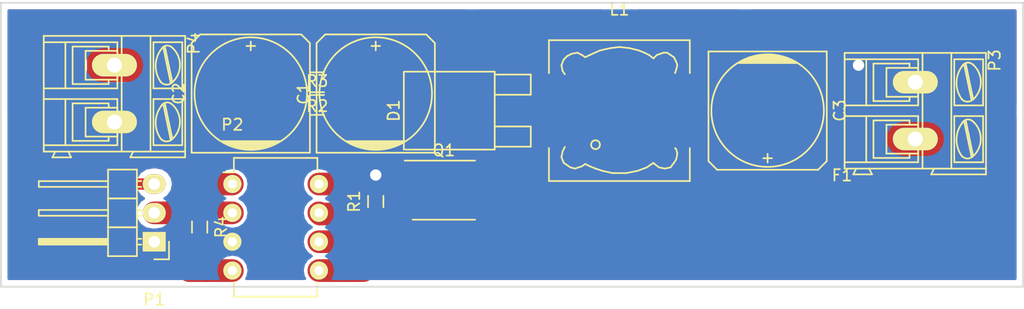
<source format=kicad_pcb>
(kicad_pcb (version 4) (host pcbnew 4.0.2+e4-6225~38~ubuntu14.04.1-stable)

  (general
    (links 33)
    (no_connects 0)
    (area 256.985 57.924999 284.615 148.075001)
    (thickness 1.6)
    (drawings 10)
    (tracks 101)
    (zones 0)
    (modules 15)
    (nets 13)
  )

  (page A4)
  (layers
    (0 F.Cu signal)
    (31 B.Cu signal)
    (32 B.Adhes user)
    (33 F.Adhes user)
    (34 B.Paste user)
    (35 F.Paste user)
    (36 B.SilkS user)
    (37 F.SilkS user)
    (38 B.Mask user)
    (39 F.Mask user)
    (40 Dwgs.User user)
    (41 Cmts.User user)
    (42 Eco1.User user)
    (43 Eco2.User user)
    (44 Edge.Cuts user)
    (45 Margin user)
    (46 B.CrtYd user)
    (47 F.CrtYd user)
    (48 B.Fab user)
    (49 F.Fab user)
  )

  (setup
    (last_trace_width 0.25)
    (user_trace_width 0.61)
    (user_trace_width 1)
    (user_trace_width 2)
    (user_trace_width 3)
    (user_trace_width 4)
    (user_trace_width 5)
    (trace_clearance 0.2)
    (zone_clearance 0.508)
    (zone_45_only no)
    (trace_min 0.2)
    (segment_width 0.2)
    (edge_width 0.15)
    (via_size 1.6)
    (via_drill 1)
    (via_min_size 0.4)
    (via_min_drill 0.3)
    (uvia_size 0.3)
    (uvia_drill 0.1)
    (uvias_allowed no)
    (uvia_min_size 0.2)
    (uvia_min_drill 0.1)
    (pcb_text_width 0.3)
    (pcb_text_size 1.5 1.5)
    (mod_edge_width 0.15)
    (mod_text_size 1 1)
    (mod_text_width 0.15)
    (pad_size 1.524 1.524)
    (pad_drill 0.762)
    (pad_to_mask_clearance 0.2)
    (aux_axis_origin 0 0)
    (grid_origin 211.5 95)
    (visible_elements FFFFFF7F)
    (pcbplotparams
      (layerselection 0x00030_80000001)
      (usegerberextensions false)
      (excludeedgelayer true)
      (linewidth 0.100000)
      (plotframeref false)
      (viasonmask false)
      (mode 1)
      (useauxorigin false)
      (hpglpennumber 1)
      (hpglpenspeed 20)
      (hpglpendiameter 15)
      (hpglpenoverlay 2)
      (psnegative false)
      (psa4output false)
      (plotreference true)
      (plotvalue true)
      (plotinvisibletext false)
      (padsonsilk false)
      (subtractmaskfromsilk false)
      (outputformat 1)
      (mirror false)
      (drillshape 1)
      (scaleselection 1)
      (outputdirectory ""))
  )

  (net 0 "")
  (net 1 "Net-(F1-Pad1)")
  (net 2 /Vin_inductor)
  (net 3 /Vout)
  (net 4 /Vin)
  (net 5 GND)
  (net 6 "Net-(P1-Pad3)")
  (net 7 "Net-(P2-Pad1)")
  (net 8 "Net-(P2-Pad4)")
  (net 9 "Net-(P2-Pad5)")
  (net 10 "Net-(P2-Pad7)")
  (net 11 "Net-(P2-Pad8)")
  (net 12 "Net-(P1-Pad2)")

  (net_class Default "This is the default net class."
    (clearance 0.2)
    (trace_width 0.25)
    (via_dia 1.6)
    (via_drill 1)
    (uvia_dia 0.3)
    (uvia_drill 0.1)
    (add_net /Vin)
    (add_net /Vin_inductor)
    (add_net /Vout)
    (add_net GND)
    (add_net "Net-(F1-Pad1)")
    (add_net "Net-(P1-Pad2)")
    (add_net "Net-(P1-Pad3)")
    (add_net "Net-(P2-Pad1)")
    (add_net "Net-(P2-Pad4)")
    (add_net "Net-(P2-Pad5)")
    (add_net "Net-(P2-Pad7)")
    (add_net "Net-(P2-Pad8)")
  )

  (module Connect:AK300-2 (layer F.Cu) (tedit 54792136) (tstamp 573A792C)
    (at 89.669386 89.447988 270)
    (descr CONNECTOR)
    (tags CONNECTOR)
    (path /573A99AC)
    (attr virtual)
    (fp_text reference P4 (at -1.92 -6.985 270) (layer F.SilkS)
      (effects (font (size 1 1) (thickness 0.15)))
    )
    (fp_text value CONN_01X02 (at 2.779 7.747 270) (layer F.Fab)
      (effects (font (size 1 1) (thickness 0.15)))
    )
    (fp_line (start 8.363 -6.473) (end -2.83 -6.473) (layer F.CrtYd) (width 0.05))
    (fp_line (start 8.363 6.473) (end 8.363 -6.473) (layer F.CrtYd) (width 0.05))
    (fp_line (start -2.83 6.473) (end 8.363 6.473) (layer F.CrtYd) (width 0.05))
    (fp_line (start -2.83 -6.473) (end -2.83 6.473) (layer F.CrtYd) (width 0.05))
    (fp_line (start -1.2596 2.54) (end 1.2804 2.54) (layer F.SilkS) (width 0.15))
    (fp_line (start 1.2804 2.54) (end 1.2804 -0.254) (layer F.SilkS) (width 0.15))
    (fp_line (start -1.2596 -0.254) (end 1.2804 -0.254) (layer F.SilkS) (width 0.15))
    (fp_line (start -1.2596 2.54) (end -1.2596 -0.254) (layer F.SilkS) (width 0.15))
    (fp_line (start 3.7442 2.54) (end 6.2842 2.54) (layer F.SilkS) (width 0.15))
    (fp_line (start 6.2842 2.54) (end 6.2842 -0.254) (layer F.SilkS) (width 0.15))
    (fp_line (start 3.7442 -0.254) (end 6.2842 -0.254) (layer F.SilkS) (width 0.15))
    (fp_line (start 3.7442 2.54) (end 3.7442 -0.254) (layer F.SilkS) (width 0.15))
    (fp_line (start 7.605 -6.223) (end 7.605 -3.175) (layer F.SilkS) (width 0.15))
    (fp_line (start 7.605 -6.223) (end -2.58 -6.223) (layer F.SilkS) (width 0.15))
    (fp_line (start 7.605 -6.223) (end 8.113 -6.223) (layer F.SilkS) (width 0.15))
    (fp_line (start 8.113 -6.223) (end 8.113 -1.397) (layer F.SilkS) (width 0.15))
    (fp_line (start 8.113 -1.397) (end 7.605 -1.651) (layer F.SilkS) (width 0.15))
    (fp_line (start 8.113 5.461) (end 7.605 5.207) (layer F.SilkS) (width 0.15))
    (fp_line (start 7.605 5.207) (end 7.605 6.223) (layer F.SilkS) (width 0.15))
    (fp_line (start 8.113 3.81) (end 7.605 4.064) (layer F.SilkS) (width 0.15))
    (fp_line (start 7.605 4.064) (end 7.605 5.207) (layer F.SilkS) (width 0.15))
    (fp_line (start 8.113 3.81) (end 8.113 5.461) (layer F.SilkS) (width 0.15))
    (fp_line (start 2.9822 6.223) (end 2.9822 4.318) (layer F.SilkS) (width 0.15))
    (fp_line (start 7.0462 -0.254) (end 7.0462 4.318) (layer F.SilkS) (width 0.15))
    (fp_line (start 2.9822 6.223) (end 7.0462 6.223) (layer F.SilkS) (width 0.15))
    (fp_line (start 7.0462 6.223) (end 7.605 6.223) (layer F.SilkS) (width 0.15))
    (fp_line (start 2.0424 6.223) (end 2.0424 4.318) (layer F.SilkS) (width 0.15))
    (fp_line (start 2.0424 6.223) (end 2.9822 6.223) (layer F.SilkS) (width 0.15))
    (fp_line (start -2.0216 -0.254) (end -2.0216 4.318) (layer F.SilkS) (width 0.15))
    (fp_line (start -2.58 6.223) (end -2.0216 6.223) (layer F.SilkS) (width 0.15))
    (fp_line (start -2.0216 6.223) (end 2.0424 6.223) (layer F.SilkS) (width 0.15))
    (fp_line (start 2.9822 4.318) (end 7.0462 4.318) (layer F.SilkS) (width 0.15))
    (fp_line (start 2.9822 4.318) (end 2.9822 -0.254) (layer F.SilkS) (width 0.15))
    (fp_line (start 7.0462 4.318) (end 7.0462 6.223) (layer F.SilkS) (width 0.15))
    (fp_line (start 2.0424 4.318) (end -2.0216 4.318) (layer F.SilkS) (width 0.15))
    (fp_line (start 2.0424 4.318) (end 2.0424 -0.254) (layer F.SilkS) (width 0.15))
    (fp_line (start -2.0216 4.318) (end -2.0216 6.223) (layer F.SilkS) (width 0.15))
    (fp_line (start 6.6652 3.683) (end 6.6652 0.508) (layer F.SilkS) (width 0.15))
    (fp_line (start 6.6652 3.683) (end 3.3632 3.683) (layer F.SilkS) (width 0.15))
    (fp_line (start 3.3632 3.683) (end 3.3632 0.508) (layer F.SilkS) (width 0.15))
    (fp_line (start 1.6614 3.683) (end 1.6614 0.508) (layer F.SilkS) (width 0.15))
    (fp_line (start 1.6614 3.683) (end -1.6406 3.683) (layer F.SilkS) (width 0.15))
    (fp_line (start -1.6406 3.683) (end -1.6406 0.508) (layer F.SilkS) (width 0.15))
    (fp_line (start -1.6406 0.508) (end -1.2596 0.508) (layer F.SilkS) (width 0.15))
    (fp_line (start 1.6614 0.508) (end 1.2804 0.508) (layer F.SilkS) (width 0.15))
    (fp_line (start 3.3632 0.508) (end 3.7442 0.508) (layer F.SilkS) (width 0.15))
    (fp_line (start 6.6652 0.508) (end 6.2842 0.508) (layer F.SilkS) (width 0.15))
    (fp_line (start -2.58 6.223) (end -2.58 -0.635) (layer F.SilkS) (width 0.15))
    (fp_line (start -2.58 -0.635) (end -2.58 -3.175) (layer F.SilkS) (width 0.15))
    (fp_line (start 7.605 -1.651) (end 7.605 -0.635) (layer F.SilkS) (width 0.15))
    (fp_line (start 7.605 -0.635) (end 7.605 4.064) (layer F.SilkS) (width 0.15))
    (fp_line (start -2.58 -3.175) (end 7.605 -3.175) (layer F.SilkS) (width 0.15))
    (fp_line (start -2.58 -3.175) (end -2.58 -6.223) (layer F.SilkS) (width 0.15))
    (fp_line (start 7.605 -3.175) (end 7.605 -1.651) (layer F.SilkS) (width 0.15))
    (fp_line (start 2.9822 -3.429) (end 2.9822 -5.969) (layer F.SilkS) (width 0.15))
    (fp_line (start 2.9822 -5.969) (end 7.0462 -5.969) (layer F.SilkS) (width 0.15))
    (fp_line (start 7.0462 -5.969) (end 7.0462 -3.429) (layer F.SilkS) (width 0.15))
    (fp_line (start 7.0462 -3.429) (end 2.9822 -3.429) (layer F.SilkS) (width 0.15))
    (fp_line (start 2.0424 -3.429) (end 2.0424 -5.969) (layer F.SilkS) (width 0.15))
    (fp_line (start 2.0424 -3.429) (end -2.0216 -3.429) (layer F.SilkS) (width 0.15))
    (fp_line (start -2.0216 -3.429) (end -2.0216 -5.969) (layer F.SilkS) (width 0.15))
    (fp_line (start 2.0424 -5.969) (end -2.0216 -5.969) (layer F.SilkS) (width 0.15))
    (fp_line (start 3.3886 -4.445) (end 6.4366 -5.08) (layer F.SilkS) (width 0.15))
    (fp_line (start 3.5156 -4.318) (end 6.5636 -4.953) (layer F.SilkS) (width 0.15))
    (fp_line (start -1.6152 -4.445) (end 1.43534 -5.08) (layer F.SilkS) (width 0.15))
    (fp_line (start -1.4882 -4.318) (end 1.5598 -4.953) (layer F.SilkS) (width 0.15))
    (fp_line (start -2.0216 -0.254) (end -1.6406 -0.254) (layer F.SilkS) (width 0.15))
    (fp_line (start 2.0424 -0.254) (end 1.6614 -0.254) (layer F.SilkS) (width 0.15))
    (fp_line (start 1.6614 -0.254) (end -1.6406 -0.254) (layer F.SilkS) (width 0.15))
    (fp_line (start -2.58 -0.635) (end -1.6406 -0.635) (layer F.SilkS) (width 0.15))
    (fp_line (start -1.6406 -0.635) (end 1.6614 -0.635) (layer F.SilkS) (width 0.15))
    (fp_line (start 1.6614 -0.635) (end 3.3632 -0.635) (layer F.SilkS) (width 0.15))
    (fp_line (start 7.605 -0.635) (end 6.6652 -0.635) (layer F.SilkS) (width 0.15))
    (fp_line (start 6.6652 -0.635) (end 3.3632 -0.635) (layer F.SilkS) (width 0.15))
    (fp_line (start 7.0462 -0.254) (end 6.6652 -0.254) (layer F.SilkS) (width 0.15))
    (fp_line (start 2.9822 -0.254) (end 3.3632 -0.254) (layer F.SilkS) (width 0.15))
    (fp_line (start 3.3632 -0.254) (end 6.6652 -0.254) (layer F.SilkS) (width 0.15))
    (fp_arc (start 6.0302 -4.59486) (end 6.53566 -5.05206) (angle 90.5) (layer F.SilkS) (width 0.15))
    (fp_arc (start 5.065 -6.0706) (end 6.52804 -4.11734) (angle 75.5) (layer F.SilkS) (width 0.15))
    (fp_arc (start 4.98626 -3.7084) (end 3.3886 -5.0038) (angle 100) (layer F.SilkS) (width 0.15))
    (fp_arc (start 3.8712 -4.64566) (end 3.58164 -4.1275) (angle 104.2) (layer F.SilkS) (width 0.15))
    (fp_arc (start 1.0264 -4.59486) (end 1.5344 -5.05206) (angle 90.5) (layer F.SilkS) (width 0.15))
    (fp_arc (start 0.06374 -6.0706) (end 1.52678 -4.11734) (angle 75.5) (layer F.SilkS) (width 0.15))
    (fp_arc (start -0.01246 -3.7084) (end -1.6152 -5.0038) (angle 100) (layer F.SilkS) (width 0.15))
    (fp_arc (start -1.1326 -4.64566) (end -1.41962 -4.1275) (angle 104.2) (layer F.SilkS) (width 0.15))
    (pad 1 thru_hole oval (at 0 0 270) (size 1.9812 3.9624) (drill 1.3208) (layers *.Cu F.Paste F.SilkS F.Mask)
      (net 3 /Vout))
    (pad 2 thru_hole oval (at 5 0 270) (size 1.9812 3.9624) (drill 1.3208) (layers *.Cu F.Paste F.SilkS F.Mask)
      (net 5 GND))
  )

  (module TO_SOT_Packages_SMD:TO-252-2Lead (layer F.Cu) (tedit 0) (tstamp 573A7518)
    (at 124.669386 93.447988 90)
    (descr "DPAK / TO-252 2-lead smd package")
    (tags "dpak TO-252")
    (path /573A6B17)
    (attr smd)
    (fp_text reference D1 (at 0 -10.414 90) (layer F.SilkS)
      (effects (font (size 1 1) (thickness 0.15)))
    )
    (fp_text value D_Schottky_x2_KCom_AKA (at 0 -2.413 90) (layer F.Fab)
      (effects (font (size 1 1) (thickness 0.15)))
    )
    (fp_line (start 1.397 -1.524) (end 1.397 1.651) (layer F.SilkS) (width 0.15))
    (fp_line (start 1.397 1.651) (end 3.175 1.651) (layer F.SilkS) (width 0.15))
    (fp_line (start 3.175 1.651) (end 3.175 -1.524) (layer F.SilkS) (width 0.15))
    (fp_line (start -3.175 -1.524) (end -3.175 1.651) (layer F.SilkS) (width 0.15))
    (fp_line (start -3.175 1.651) (end -1.397 1.651) (layer F.SilkS) (width 0.15))
    (fp_line (start -1.397 1.651) (end -1.397 -1.524) (layer F.SilkS) (width 0.15))
    (fp_line (start 3.429 -7.62) (end 3.429 -1.524) (layer F.SilkS) (width 0.15))
    (fp_line (start 3.429 -1.524) (end -3.429 -1.524) (layer F.SilkS) (width 0.15))
    (fp_line (start -3.429 -1.524) (end -3.429 -9.398) (layer F.SilkS) (width 0.15))
    (fp_line (start -3.429 -9.525) (end 3.429 -9.525) (layer F.SilkS) (width 0.15))
    (fp_line (start 3.429 -9.398) (end 3.429 -7.62) (layer F.SilkS) (width 0.15))
    (pad 1 smd rect (at -2.286 0 90) (size 1.651 3.048) (layers F.Cu F.Paste F.Mask)
      (net 2 /Vin_inductor))
    (pad 2 smd rect (at 0 -6.35 90) (size 6.096 6.096) (layers F.Cu F.Paste F.Mask)
      (net 3 /Vout))
    (pad 3 smd rect (at 2.286 0 90) (size 1.651 3.048) (layers F.Cu F.Paste F.Mask)
      (net 2 /Vin_inductor))
    (model TO_SOT_Packages_SMD.3dshapes/TO-252-2Lead.wrl
      (at (xyz 0 0 0))
      (scale (xyz 1 1 1))
      (rotate (xyz 0 0 0))
    )
  )

  (module Fuse_Holders_and_Fuses:Fuse_SMD1206_HandSoldering (layer F.Cu) (tedit 0) (tstamp 573A751E)
    (at 153.669386 96.947988 180)
    (descr "Fuse, Sicherung, SMD1206, Littlefuse-Wickmann 433 Series, Hand Soldering,")
    (tags "Fuse, Sicherung, SMD1206,  Littlefuse-Wickmann 433 Series, Hand Soldering,")
    (path /573A7192)
    (attr smd)
    (fp_text reference F1 (at -0.0508 -2.19964 180) (layer F.SilkS)
      (effects (font (size 1 1) (thickness 0.15)))
    )
    (fp_text value FUSE (at -0.14986 2.49936 180) (layer F.Fab)
      (effects (font (size 1 1) (thickness 0.15)))
    )
    (pad 1 smd rect (at -2.08534 0 270) (size 2.02946 2.65176) (layers F.Cu F.Paste F.Mask)
      (net 1 "Net-(F1-Pad1)"))
    (pad 2 smd rect (at 2.08534 0 270) (size 2.02946 2.65176) (layers F.Cu F.Paste F.Mask)
      (net 4 /Vin))
  )

  (module Choke_SMD:Choke_SMD_12x12mm_h8mm (layer F.Cu) (tedit 556FDBC5) (tstamp 573A7524)
    (at 134.119846 93.447988)
    (descr "Choke, SMD, 12x12mm 8mm height")
    (tags "Choke, SMD")
    (path /573A6A2F)
    (attr smd)
    (fp_text reference L1 (at 0 -8.89) (layer F.SilkS)
      (effects (font (size 1 1) (thickness 0.15)))
    )
    (fp_text value INDUCTOR (at 0 8.89) (layer F.Fab)
      (effects (font (size 1 1) (thickness 0.15)))
    )
    (fp_line (start -6.858 -6.604) (end 6.858 -6.604) (layer F.CrtYd) (width 0.05))
    (fp_line (start 6.858 -6.604) (end 6.858 6.604) (layer F.CrtYd) (width 0.05))
    (fp_line (start 6.858 6.604) (end -6.858 6.604) (layer F.CrtYd) (width 0.05))
    (fp_line (start -6.858 6.604) (end -6.858 -6.604) (layer F.CrtYd) (width 0.05))
    (fp_circle (center 0 0) (end 0.89916 0) (layer F.Adhes) (width 0.381))
    (fp_circle (center 0 0) (end 0.55118 0) (layer F.Adhes) (width 0.381))
    (fp_circle (center 0 0) (end 0.14986 0.14986) (layer F.Adhes) (width 0.381))
    (fp_circle (center -2.10058 2.99974) (end -1.80086 3.2512) (layer F.SilkS) (width 0.15))
    (fp_line (start 4.89966 3.29946) (end 5.00126 3.40106) (layer F.SilkS) (width 0.15))
    (fp_line (start 5.00126 3.40106) (end 5.10032 3.79984) (layer F.SilkS) (width 0.15))
    (fp_line (start 5.10032 3.79984) (end 5.00126 4.30022) (layer F.SilkS) (width 0.15))
    (fp_line (start 5.00126 4.30022) (end 4.8006 4.59994) (layer F.SilkS) (width 0.15))
    (fp_line (start 4.8006 4.59994) (end 4.50088 5.00126) (layer F.SilkS) (width 0.15))
    (fp_line (start 4.50088 5.00126) (end 4.0005 5.10032) (layer F.SilkS) (width 0.15))
    (fp_line (start 4.0005 5.10032) (end 3.50012 5.00126) (layer F.SilkS) (width 0.15))
    (fp_line (start 3.50012 5.00126) (end 3.0988 4.699) (layer F.SilkS) (width 0.15))
    (fp_line (start 3.0988 4.699) (end 2.99974 4.59994) (layer F.SilkS) (width 0.15))
    (fp_line (start 2.99974 4.59994) (end 2.4003 5.00126) (layer F.SilkS) (width 0.15))
    (fp_line (start 2.4003 5.00126) (end 1.6002 5.30098) (layer F.SilkS) (width 0.15))
    (fp_line (start 1.6002 5.30098) (end 0.59944 5.4991) (layer F.SilkS) (width 0.15))
    (fp_line (start 0.59944 5.4991) (end -0.59944 5.4991) (layer F.SilkS) (width 0.15))
    (fp_line (start -0.59944 5.4991) (end -1.50114 5.30098) (layer F.SilkS) (width 0.15))
    (fp_line (start -1.50114 5.30098) (end -2.10058 5.10032) (layer F.SilkS) (width 0.15))
    (fp_line (start -2.10058 5.10032) (end -2.60096 4.89966) (layer F.SilkS) (width 0.15))
    (fp_line (start -2.60096 4.89966) (end -2.99974 4.699) (layer F.SilkS) (width 0.15))
    (fp_line (start -2.99974 4.699) (end -3.29946 4.89966) (layer F.SilkS) (width 0.15))
    (fp_line (start -3.29946 4.89966) (end -3.8989 5.10032) (layer F.SilkS) (width 0.15))
    (fp_line (start -3.8989 5.10032) (end -4.30022 5.00126) (layer F.SilkS) (width 0.15))
    (fp_line (start -4.30022 5.00126) (end -4.59994 4.8006) (layer F.SilkS) (width 0.15))
    (fp_line (start -4.59994 4.8006) (end -4.89966 4.59994) (layer F.SilkS) (width 0.15))
    (fp_line (start -4.89966 4.59994) (end -5.10032 4.09956) (layer F.SilkS) (width 0.15))
    (fp_line (start -5.10032 4.09956) (end -5.00126 3.59918) (layer F.SilkS) (width 0.15))
    (fp_line (start -5.00126 3.59918) (end -4.8006 3.2004) (layer F.SilkS) (width 0.15))
    (fp_line (start 4.89966 -3.29946) (end 5.00126 -3.59918) (layer F.SilkS) (width 0.15))
    (fp_line (start 5.00126 -3.59918) (end 5.10032 -4.0005) (layer F.SilkS) (width 0.15))
    (fp_line (start 5.10032 -4.0005) (end 5.00126 -4.30022) (layer F.SilkS) (width 0.15))
    (fp_line (start 5.00126 -4.30022) (end 4.8006 -4.699) (layer F.SilkS) (width 0.15))
    (fp_line (start 4.8006 -4.699) (end 4.50088 -4.89966) (layer F.SilkS) (width 0.15))
    (fp_line (start 4.50088 -4.89966) (end 4.20116 -5.10032) (layer F.SilkS) (width 0.15))
    (fp_line (start 4.20116 -5.10032) (end 3.8989 -5.10032) (layer F.SilkS) (width 0.15))
    (fp_line (start 3.8989 -5.10032) (end 3.59918 -5.00126) (layer F.SilkS) (width 0.15))
    (fp_line (start 3.59918 -5.00126) (end 3.29946 -4.89966) (layer F.SilkS) (width 0.15))
    (fp_line (start 3.29946 -4.89966) (end 2.99974 -4.59994) (layer F.SilkS) (width 0.15))
    (fp_line (start 2.99974 -4.59994) (end 2.60096 -4.89966) (layer F.SilkS) (width 0.15))
    (fp_line (start 2.60096 -4.89966) (end 2.19964 -5.10032) (layer F.SilkS) (width 0.15))
    (fp_line (start 2.19964 -5.10032) (end 1.69926 -5.30098) (layer F.SilkS) (width 0.15))
    (fp_line (start 1.69926 -5.30098) (end 0.89916 -5.4991) (layer F.SilkS) (width 0.15))
    (fp_line (start 0.89916 -5.4991) (end 0 -5.6007) (layer F.SilkS) (width 0.15))
    (fp_line (start 0 -5.6007) (end -0.8001 -5.4991) (layer F.SilkS) (width 0.15))
    (fp_line (start -0.8001 -5.4991) (end -1.69926 -5.30098) (layer F.SilkS) (width 0.15))
    (fp_line (start -1.69926 -5.30098) (end -2.60096 -4.89966) (layer F.SilkS) (width 0.15))
    (fp_line (start -2.60096 -4.89966) (end -2.99974 -4.699) (layer F.SilkS) (width 0.15))
    (fp_line (start -2.99974 -4.699) (end -3.29946 -4.89966) (layer F.SilkS) (width 0.15))
    (fp_line (start -3.29946 -4.89966) (end -3.70078 -5.10032) (layer F.SilkS) (width 0.15))
    (fp_line (start -3.70078 -5.10032) (end -4.20116 -5.00126) (layer F.SilkS) (width 0.15))
    (fp_line (start -4.20116 -5.00126) (end -4.59994 -4.8006) (layer F.SilkS) (width 0.15))
    (fp_line (start -4.59994 -4.8006) (end -4.89966 -4.50088) (layer F.SilkS) (width 0.15))
    (fp_line (start -4.89966 -4.50088) (end -5.10032 -4.0005) (layer F.SilkS) (width 0.15))
    (fp_line (start -5.10032 -4.0005) (end -5.00126 -3.50012) (layer F.SilkS) (width 0.15))
    (fp_line (start -5.00126 -3.50012) (end -4.8006 -3.2004) (layer F.SilkS) (width 0.15))
    (fp_line (start -6.20014 3.29946) (end -6.20014 6.20014) (layer F.SilkS) (width 0.15))
    (fp_line (start -6.20014 6.20014) (end 6.20014 6.20014) (layer F.SilkS) (width 0.15))
    (fp_line (start 6.20014 6.20014) (end 6.20014 3.29946) (layer F.SilkS) (width 0.15))
    (fp_line (start 6.20014 -6.20014) (end -6.20014 -6.20014) (layer F.SilkS) (width 0.15))
    (fp_line (start -6.20014 -6.20014) (end -6.20014 -3.29946) (layer F.SilkS) (width 0.15))
    (fp_line (start 6.20014 -6.20014) (end 6.20014 -3.29946) (layer F.SilkS) (width 0.15))
    (pad 1 smd rect (at -4.95046 0) (size 2.90068 5.40004) (layers F.Cu F.Paste F.Mask)
      (net 2 /Vin_inductor))
    (pad 2 smd rect (at 4.95046 0) (size 2.90068 5.40004) (layers F.Cu F.Paste F.Mask)
      (net 4 /Vin))
    (model Choke_SMD.3dshapes/Choke_SMD_12x12mm_h8mm.wrl
      (at (xyz 0 0 0))
      (scale (xyz 4 4 4))
      (rotate (xyz 0 0 0))
    )
  )

  (module SMD_Packages:SO-8_PowerPAK_Vishay_Single (layer F.Cu) (tedit 54AF9856) (tstamp 573A7537)
    (at 118.669386 100.447988)
    (descr "PowerPAK SO-8 (see Vishay AN821)")
    (tags "PowerPAK SO-8")
    (path /573A6754)
    (attr smd)
    (fp_text reference Q1 (at 0 -3.5) (layer F.SilkS)
      (effects (font (size 1 1) (thickness 0.15)))
    )
    (fp_text value IRF7607PBF (at 0 3.5) (layer F.Fab)
      (effects (font (size 1 1) (thickness 0.15)))
    )
    (fp_line (start -3.55 -2.75) (end -3.55 2.75) (layer F.CrtYd) (width 0.05))
    (fp_line (start 3.55 -2.75) (end 3.55 2.75) (layer F.CrtYd) (width 0.05))
    (fp_line (start -3.55 -2.75) (end 3.55 -2.75) (layer F.CrtYd) (width 0.05))
    (fp_line (start -3.55 2.75) (end 3.55 2.75) (layer F.CrtYd) (width 0.05))
    (fp_line (start -3.45 -2.6) (end 2.75 -2.6) (layer F.SilkS) (width 0.15))
    (fp_line (start -2.75 2.6) (end 2.75 2.6) (layer F.SilkS) (width 0.15))
    (pad 1 smd rect (at -2.67 -1.905) (size 1.27 0.61) (layers F.Cu F.Paste F.Mask)
      (net 5 GND))
    (pad 2 smd rect (at -2.67 -0.635) (size 1.27 0.61) (layers F.Cu F.Paste F.Mask)
      (net 5 GND))
    (pad 3 smd rect (at -2.67 0.635) (size 1.27 0.61) (layers F.Cu F.Paste F.Mask)
      (net 5 GND))
    (pad 4 smd rect (at -2.67 1.905) (size 1.27 0.61) (layers F.Cu F.Paste F.Mask)
      (net 10 "Net-(P2-Pad7)"))
    (pad 5 smd rect (at 2.795 1.905) (size 1.02 0.61) (layers F.Cu F.Paste F.Mask)
      (net 2 /Vin_inductor))
    (pad 5 smd rect (at 2.795 0.635) (size 1.02 0.61) (layers F.Cu F.Paste F.Mask)
      (net 2 /Vin_inductor))
    (pad 5 smd rect (at 2.795 -0.635) (size 1.02 0.61) (layers F.Cu F.Paste F.Mask)
      (net 2 /Vin_inductor))
    (pad 5 smd rect (at 2.795 -1.905) (size 1.02 0.61) (layers F.Cu F.Paste F.Mask)
      (net 2 /Vin_inductor))
    (pad 5 smd rect (at 0.69 0) (size 3.81 3.91) (layers F.Cu F.Paste F.Mask)
      (net 2 /Vin_inductor))
  )

  (module Resistors_SMD:R_0603_HandSoldering (layer F.Cu) (tedit 5418A00F) (tstamp 573A753D)
    (at 112.669386 101.447988 90)
    (descr "Resistor SMD 0603, hand soldering")
    (tags "resistor 0603")
    (path /573A687A)
    (attr smd)
    (fp_text reference R1 (at 0 -1.9 90) (layer F.SilkS)
      (effects (font (size 1 1) (thickness 0.15)))
    )
    (fp_text value R (at 0 1.9 90) (layer F.Fab)
      (effects (font (size 1 1) (thickness 0.15)))
    )
    (fp_line (start -2 -0.8) (end 2 -0.8) (layer F.CrtYd) (width 0.05))
    (fp_line (start -2 0.8) (end 2 0.8) (layer F.CrtYd) (width 0.05))
    (fp_line (start -2 -0.8) (end -2 0.8) (layer F.CrtYd) (width 0.05))
    (fp_line (start 2 -0.8) (end 2 0.8) (layer F.CrtYd) (width 0.05))
    (fp_line (start 0.5 0.675) (end -0.5 0.675) (layer F.SilkS) (width 0.15))
    (fp_line (start -0.5 -0.675) (end 0.5 -0.675) (layer F.SilkS) (width 0.15))
    (pad 1 smd rect (at -1.1 0 90) (size 1.2 0.9) (layers F.Cu F.Paste F.Mask)
      (net 10 "Net-(P2-Pad7)"))
    (pad 2 smd rect (at 1.1 0 90) (size 1.2 0.9) (layers F.Cu F.Paste F.Mask)
      (net 5 GND))
    (model Resistors_SMD.3dshapes/R_0603_HandSoldering.wrl
      (at (xyz 0 0 0))
      (scale (xyz 1 1 1))
      (rotate (xyz 0 0 0))
    )
  )

  (module Resistors_SMD:R_0805_HandSoldering (layer F.Cu) (tedit 54189DEE) (tstamp 573A7543)
    (at 107.52197 90.947988 180)
    (descr "Resistor SMD 0805, hand soldering")
    (tags "resistor 0805")
    (path /573A6DFE)
    (attr smd)
    (fp_text reference R2 (at 0 -2.1 180) (layer F.SilkS)
      (effects (font (size 1 1) (thickness 0.15)))
    )
    (fp_text value R (at 0 2.1 180) (layer F.Fab)
      (effects (font (size 1 1) (thickness 0.15)))
    )
    (fp_line (start -2.4 -1) (end 2.4 -1) (layer F.CrtYd) (width 0.05))
    (fp_line (start -2.4 1) (end 2.4 1) (layer F.CrtYd) (width 0.05))
    (fp_line (start -2.4 -1) (end -2.4 1) (layer F.CrtYd) (width 0.05))
    (fp_line (start 2.4 -1) (end 2.4 1) (layer F.CrtYd) (width 0.05))
    (fp_line (start 0.6 0.875) (end -0.6 0.875) (layer F.SilkS) (width 0.15))
    (fp_line (start -0.6 -0.875) (end 0.6 -0.875) (layer F.SilkS) (width 0.15))
    (pad 1 smd rect (at -1.35 0 180) (size 1.5 1.3) (layers F.Cu F.Paste F.Mask)
      (net 3 /Vout))
    (pad 2 smd rect (at 1.35 0 180) (size 1.5 1.3) (layers F.Cu F.Paste F.Mask)
      (net 6 "Net-(P1-Pad3)"))
    (model Resistors_SMD.3dshapes/R_0805_HandSoldering.wrl
      (at (xyz 0 0 0))
      (scale (xyz 1 1 1))
      (rotate (xyz 0 0 0))
    )
  )

  (module Resistors_SMD:R_0805_HandSoldering (layer F.Cu) (tedit 54189DEE) (tstamp 573A7549)
    (at 107.519386 92.947988)
    (descr "Resistor SMD 0805, hand soldering")
    (tags "resistor 0805")
    (path /573A6E57)
    (attr smd)
    (fp_text reference R3 (at 0 -2.1) (layer F.SilkS)
      (effects (font (size 1 1) (thickness 0.15)))
    )
    (fp_text value R (at 0 2.1) (layer F.Fab)
      (effects (font (size 1 1) (thickness 0.15)))
    )
    (fp_line (start -2.4 -1) (end 2.4 -1) (layer F.CrtYd) (width 0.05))
    (fp_line (start -2.4 1) (end 2.4 1) (layer F.CrtYd) (width 0.05))
    (fp_line (start -2.4 -1) (end -2.4 1) (layer F.CrtYd) (width 0.05))
    (fp_line (start 2.4 -1) (end 2.4 1) (layer F.CrtYd) (width 0.05))
    (fp_line (start 0.6 0.875) (end -0.6 0.875) (layer F.SilkS) (width 0.15))
    (fp_line (start -0.6 -0.875) (end 0.6 -0.875) (layer F.SilkS) (width 0.15))
    (pad 1 smd rect (at -1.35 0) (size 1.5 1.3) (layers F.Cu F.Paste F.Mask)
      (net 6 "Net-(P1-Pad3)"))
    (pad 2 smd rect (at 1.35 0) (size 1.5 1.3) (layers F.Cu F.Paste F.Mask)
      (net 5 GND))
    (model Resistors_SMD.3dshapes/R_0805_HandSoldering.wrl
      (at (xyz 0 0 0))
      (scale (xyz 1 1 1))
      (rotate (xyz 0 0 0))
    )
  )

  (module Pin_Headers:Pin_Header_Angled_1x03 (layer F.Cu) (tedit 0) (tstamp 573A7914)
    (at 93.169386 104.987988 180)
    (descr "Through hole pin header")
    (tags "pin header")
    (path /573AD5EA)
    (fp_text reference P1 (at 0 -5.1 180) (layer F.SilkS)
      (effects (font (size 1 1) (thickness 0.15)))
    )
    (fp_text value CONN_01X03 (at 0 -3.1 180) (layer F.Fab)
      (effects (font (size 1 1) (thickness 0.15)))
    )
    (fp_line (start -1.5 -1.75) (end -1.5 6.85) (layer F.CrtYd) (width 0.05))
    (fp_line (start 10.65 -1.75) (end 10.65 6.85) (layer F.CrtYd) (width 0.05))
    (fp_line (start -1.5 -1.75) (end 10.65 -1.75) (layer F.CrtYd) (width 0.05))
    (fp_line (start -1.5 6.85) (end 10.65 6.85) (layer F.CrtYd) (width 0.05))
    (fp_line (start -1.3 -1.55) (end -1.3 0) (layer F.SilkS) (width 0.15))
    (fp_line (start 0 -1.55) (end -1.3 -1.55) (layer F.SilkS) (width 0.15))
    (fp_line (start 4.191 -0.127) (end 10.033 -0.127) (layer F.SilkS) (width 0.15))
    (fp_line (start 10.033 -0.127) (end 10.033 0.127) (layer F.SilkS) (width 0.15))
    (fp_line (start 10.033 0.127) (end 4.191 0.127) (layer F.SilkS) (width 0.15))
    (fp_line (start 4.191 0.127) (end 4.191 0) (layer F.SilkS) (width 0.15))
    (fp_line (start 4.191 0) (end 10.033 0) (layer F.SilkS) (width 0.15))
    (fp_line (start 1.524 -0.254) (end 1.143 -0.254) (layer F.SilkS) (width 0.15))
    (fp_line (start 1.524 0.254) (end 1.143 0.254) (layer F.SilkS) (width 0.15))
    (fp_line (start 1.524 2.286) (end 1.143 2.286) (layer F.SilkS) (width 0.15))
    (fp_line (start 1.524 2.794) (end 1.143 2.794) (layer F.SilkS) (width 0.15))
    (fp_line (start 1.524 4.826) (end 1.143 4.826) (layer F.SilkS) (width 0.15))
    (fp_line (start 1.524 5.334) (end 1.143 5.334) (layer F.SilkS) (width 0.15))
    (fp_line (start 4.064 1.27) (end 4.064 -1.27) (layer F.SilkS) (width 0.15))
    (fp_line (start 10.16 0.254) (end 4.064 0.254) (layer F.SilkS) (width 0.15))
    (fp_line (start 10.16 -0.254) (end 10.16 0.254) (layer F.SilkS) (width 0.15))
    (fp_line (start 4.064 -0.254) (end 10.16 -0.254) (layer F.SilkS) (width 0.15))
    (fp_line (start 1.524 1.27) (end 4.064 1.27) (layer F.SilkS) (width 0.15))
    (fp_line (start 1.524 -1.27) (end 1.524 1.27) (layer F.SilkS) (width 0.15))
    (fp_line (start 1.524 -1.27) (end 4.064 -1.27) (layer F.SilkS) (width 0.15))
    (fp_line (start 1.524 3.81) (end 4.064 3.81) (layer F.SilkS) (width 0.15))
    (fp_line (start 1.524 3.81) (end 1.524 6.35) (layer F.SilkS) (width 0.15))
    (fp_line (start 4.064 4.826) (end 10.16 4.826) (layer F.SilkS) (width 0.15))
    (fp_line (start 10.16 4.826) (end 10.16 5.334) (layer F.SilkS) (width 0.15))
    (fp_line (start 10.16 5.334) (end 4.064 5.334) (layer F.SilkS) (width 0.15))
    (fp_line (start 4.064 6.35) (end 4.064 3.81) (layer F.SilkS) (width 0.15))
    (fp_line (start 4.064 3.81) (end 4.064 1.27) (layer F.SilkS) (width 0.15))
    (fp_line (start 10.16 2.794) (end 4.064 2.794) (layer F.SilkS) (width 0.15))
    (fp_line (start 10.16 2.286) (end 10.16 2.794) (layer F.SilkS) (width 0.15))
    (fp_line (start 4.064 2.286) (end 10.16 2.286) (layer F.SilkS) (width 0.15))
    (fp_line (start 1.524 3.81) (end 4.064 3.81) (layer F.SilkS) (width 0.15))
    (fp_line (start 1.524 1.27) (end 1.524 3.81) (layer F.SilkS) (width 0.15))
    (fp_line (start 1.524 1.27) (end 4.064 1.27) (layer F.SilkS) (width 0.15))
    (fp_line (start 1.524 6.35) (end 4.064 6.35) (layer F.SilkS) (width 0.15))
    (pad 1 thru_hole rect (at 0 0 180) (size 2.032 1.7272) (drill 1.016) (layers *.Cu *.Mask F.SilkS)
      (net 5 GND))
    (pad 2 thru_hole oval (at 0 2.54 180) (size 2.032 1.7272) (drill 1.016) (layers *.Cu *.Mask F.SilkS)
      (net 12 "Net-(P1-Pad2)"))
    (pad 3 thru_hole oval (at 0 5.08 180) (size 2.032 1.7272) (drill 1.016) (layers *.Cu *.Mask F.SilkS)
      (net 6 "Net-(P1-Pad3)"))
    (model Pin_Headers.3dshapes/Pin_Header_Angled_1x03.wrl
      (at (xyz 0 -0.1 0))
      (scale (xyz 1 1 1))
      (rotate (xyz 0 0 90))
    )
  )

  (module Housings_DIP:DIP-8_W7.62mm (layer F.Cu) (tedit 54130A77) (tstamp 573A7920)
    (at 100.049386 99.907988)
    (descr "8-lead dip package, row spacing 7.62 mm (300 mils)")
    (tags "dil dip 2.54 300")
    (path /573A9297)
    (fp_text reference P2 (at 0 -5.22) (layer F.SilkS)
      (effects (font (size 1 1) (thickness 0.15)))
    )
    (fp_text value DIL8 (at 0 -3.72) (layer F.Fab)
      (effects (font (size 1 1) (thickness 0.15)))
    )
    (fp_line (start -1.05 -2.45) (end -1.05 10.1) (layer F.CrtYd) (width 0.05))
    (fp_line (start 8.65 -2.45) (end 8.65 10.1) (layer F.CrtYd) (width 0.05))
    (fp_line (start -1.05 -2.45) (end 8.65 -2.45) (layer F.CrtYd) (width 0.05))
    (fp_line (start -1.05 10.1) (end 8.65 10.1) (layer F.CrtYd) (width 0.05))
    (fp_line (start 0.135 -2.295) (end 0.135 -1.025) (layer F.SilkS) (width 0.15))
    (fp_line (start 7.485 -2.295) (end 7.485 -1.025) (layer F.SilkS) (width 0.15))
    (fp_line (start 7.485 9.915) (end 7.485 8.645) (layer F.SilkS) (width 0.15))
    (fp_line (start 0.135 9.915) (end 0.135 8.645) (layer F.SilkS) (width 0.15))
    (fp_line (start 0.135 -2.295) (end 7.485 -2.295) (layer F.SilkS) (width 0.15))
    (fp_line (start 0.135 9.915) (end 7.485 9.915) (layer F.SilkS) (width 0.15))
    (fp_line (start 0.135 -1.025) (end -0.8 -1.025) (layer F.SilkS) (width 0.15))
    (pad 1 thru_hole oval (at 0 0) (size 1.6 1.6) (drill 0.8) (layers *.Cu *.Mask F.SilkS)
      (net 7 "Net-(P2-Pad1)"))
    (pad 2 thru_hole oval (at 0 2.54) (size 1.6 1.6) (drill 0.8) (layers *.Cu *.Mask F.SilkS)
      (net 12 "Net-(P1-Pad2)"))
    (pad 3 thru_hole oval (at 0 5.08) (size 1.6 1.6) (drill 0.8) (layers *.Cu *.Mask F.SilkS)
      (net 5 GND))
    (pad 4 thru_hole oval (at 0 7.62) (size 1.6 1.6) (drill 0.8) (layers *.Cu *.Mask F.SilkS)
      (net 8 "Net-(P2-Pad4)"))
    (pad 5 thru_hole oval (at 7.62 7.62) (size 1.6 1.6) (drill 0.8) (layers *.Cu *.Mask F.SilkS)
      (net 9 "Net-(P2-Pad5)"))
    (pad 6 thru_hole oval (at 7.62 5.08) (size 1.6 1.6) (drill 0.8) (layers *.Cu *.Mask F.SilkS)
      (net 4 /Vin))
    (pad 7 thru_hole oval (at 7.62 2.54) (size 1.6 1.6) (drill 0.8) (layers *.Cu *.Mask F.SilkS)
      (net 10 "Net-(P2-Pad7)"))
    (pad 8 thru_hole oval (at 7.62 0) (size 1.6 1.6) (drill 0.8) (layers *.Cu *.Mask F.SilkS)
      (net 11 "Net-(P2-Pad8)"))
    (model Housings_DIP.3dshapes/DIP-8_W7.62mm.wrl
      (at (xyz 0 0 0))
      (scale (xyz 1 1 1))
      (rotate (xyz 0 0 0))
    )
  )

  (module Connect:AK300-2 (layer F.Cu) (tedit 54792136) (tstamp 573A7926)
    (at 160.169386 90.947988 270)
    (descr CONNECTOR)
    (tags CONNECTOR)
    (path /573A949C)
    (attr virtual)
    (fp_text reference P3 (at -1.92 -6.985 270) (layer F.SilkS)
      (effects (font (size 1 1) (thickness 0.15)))
    )
    (fp_text value CONN_01X02 (at 2.779 7.747 270) (layer F.Fab)
      (effects (font (size 1 1) (thickness 0.15)))
    )
    (fp_line (start 8.363 -6.473) (end -2.83 -6.473) (layer F.CrtYd) (width 0.05))
    (fp_line (start 8.363 6.473) (end 8.363 -6.473) (layer F.CrtYd) (width 0.05))
    (fp_line (start -2.83 6.473) (end 8.363 6.473) (layer F.CrtYd) (width 0.05))
    (fp_line (start -2.83 -6.473) (end -2.83 6.473) (layer F.CrtYd) (width 0.05))
    (fp_line (start -1.2596 2.54) (end 1.2804 2.54) (layer F.SilkS) (width 0.15))
    (fp_line (start 1.2804 2.54) (end 1.2804 -0.254) (layer F.SilkS) (width 0.15))
    (fp_line (start -1.2596 -0.254) (end 1.2804 -0.254) (layer F.SilkS) (width 0.15))
    (fp_line (start -1.2596 2.54) (end -1.2596 -0.254) (layer F.SilkS) (width 0.15))
    (fp_line (start 3.7442 2.54) (end 6.2842 2.54) (layer F.SilkS) (width 0.15))
    (fp_line (start 6.2842 2.54) (end 6.2842 -0.254) (layer F.SilkS) (width 0.15))
    (fp_line (start 3.7442 -0.254) (end 6.2842 -0.254) (layer F.SilkS) (width 0.15))
    (fp_line (start 3.7442 2.54) (end 3.7442 -0.254) (layer F.SilkS) (width 0.15))
    (fp_line (start 7.605 -6.223) (end 7.605 -3.175) (layer F.SilkS) (width 0.15))
    (fp_line (start 7.605 -6.223) (end -2.58 -6.223) (layer F.SilkS) (width 0.15))
    (fp_line (start 7.605 -6.223) (end 8.113 -6.223) (layer F.SilkS) (width 0.15))
    (fp_line (start 8.113 -6.223) (end 8.113 -1.397) (layer F.SilkS) (width 0.15))
    (fp_line (start 8.113 -1.397) (end 7.605 -1.651) (layer F.SilkS) (width 0.15))
    (fp_line (start 8.113 5.461) (end 7.605 5.207) (layer F.SilkS) (width 0.15))
    (fp_line (start 7.605 5.207) (end 7.605 6.223) (layer F.SilkS) (width 0.15))
    (fp_line (start 8.113 3.81) (end 7.605 4.064) (layer F.SilkS) (width 0.15))
    (fp_line (start 7.605 4.064) (end 7.605 5.207) (layer F.SilkS) (width 0.15))
    (fp_line (start 8.113 3.81) (end 8.113 5.461) (layer F.SilkS) (width 0.15))
    (fp_line (start 2.9822 6.223) (end 2.9822 4.318) (layer F.SilkS) (width 0.15))
    (fp_line (start 7.0462 -0.254) (end 7.0462 4.318) (layer F.SilkS) (width 0.15))
    (fp_line (start 2.9822 6.223) (end 7.0462 6.223) (layer F.SilkS) (width 0.15))
    (fp_line (start 7.0462 6.223) (end 7.605 6.223) (layer F.SilkS) (width 0.15))
    (fp_line (start 2.0424 6.223) (end 2.0424 4.318) (layer F.SilkS) (width 0.15))
    (fp_line (start 2.0424 6.223) (end 2.9822 6.223) (layer F.SilkS) (width 0.15))
    (fp_line (start -2.0216 -0.254) (end -2.0216 4.318) (layer F.SilkS) (width 0.15))
    (fp_line (start -2.58 6.223) (end -2.0216 6.223) (layer F.SilkS) (width 0.15))
    (fp_line (start -2.0216 6.223) (end 2.0424 6.223) (layer F.SilkS) (width 0.15))
    (fp_line (start 2.9822 4.318) (end 7.0462 4.318) (layer F.SilkS) (width 0.15))
    (fp_line (start 2.9822 4.318) (end 2.9822 -0.254) (layer F.SilkS) (width 0.15))
    (fp_line (start 7.0462 4.318) (end 7.0462 6.223) (layer F.SilkS) (width 0.15))
    (fp_line (start 2.0424 4.318) (end -2.0216 4.318) (layer F.SilkS) (width 0.15))
    (fp_line (start 2.0424 4.318) (end 2.0424 -0.254) (layer F.SilkS) (width 0.15))
    (fp_line (start -2.0216 4.318) (end -2.0216 6.223) (layer F.SilkS) (width 0.15))
    (fp_line (start 6.6652 3.683) (end 6.6652 0.508) (layer F.SilkS) (width 0.15))
    (fp_line (start 6.6652 3.683) (end 3.3632 3.683) (layer F.SilkS) (width 0.15))
    (fp_line (start 3.3632 3.683) (end 3.3632 0.508) (layer F.SilkS) (width 0.15))
    (fp_line (start 1.6614 3.683) (end 1.6614 0.508) (layer F.SilkS) (width 0.15))
    (fp_line (start 1.6614 3.683) (end -1.6406 3.683) (layer F.SilkS) (width 0.15))
    (fp_line (start -1.6406 3.683) (end -1.6406 0.508) (layer F.SilkS) (width 0.15))
    (fp_line (start -1.6406 0.508) (end -1.2596 0.508) (layer F.SilkS) (width 0.15))
    (fp_line (start 1.6614 0.508) (end 1.2804 0.508) (layer F.SilkS) (width 0.15))
    (fp_line (start 3.3632 0.508) (end 3.7442 0.508) (layer F.SilkS) (width 0.15))
    (fp_line (start 6.6652 0.508) (end 6.2842 0.508) (layer F.SilkS) (width 0.15))
    (fp_line (start -2.58 6.223) (end -2.58 -0.635) (layer F.SilkS) (width 0.15))
    (fp_line (start -2.58 -0.635) (end -2.58 -3.175) (layer F.SilkS) (width 0.15))
    (fp_line (start 7.605 -1.651) (end 7.605 -0.635) (layer F.SilkS) (width 0.15))
    (fp_line (start 7.605 -0.635) (end 7.605 4.064) (layer F.SilkS) (width 0.15))
    (fp_line (start -2.58 -3.175) (end 7.605 -3.175) (layer F.SilkS) (width 0.15))
    (fp_line (start -2.58 -3.175) (end -2.58 -6.223) (layer F.SilkS) (width 0.15))
    (fp_line (start 7.605 -3.175) (end 7.605 -1.651) (layer F.SilkS) (width 0.15))
    (fp_line (start 2.9822 -3.429) (end 2.9822 -5.969) (layer F.SilkS) (width 0.15))
    (fp_line (start 2.9822 -5.969) (end 7.0462 -5.969) (layer F.SilkS) (width 0.15))
    (fp_line (start 7.0462 -5.969) (end 7.0462 -3.429) (layer F.SilkS) (width 0.15))
    (fp_line (start 7.0462 -3.429) (end 2.9822 -3.429) (layer F.SilkS) (width 0.15))
    (fp_line (start 2.0424 -3.429) (end 2.0424 -5.969) (layer F.SilkS) (width 0.15))
    (fp_line (start 2.0424 -3.429) (end -2.0216 -3.429) (layer F.SilkS) (width 0.15))
    (fp_line (start -2.0216 -3.429) (end -2.0216 -5.969) (layer F.SilkS) (width 0.15))
    (fp_line (start 2.0424 -5.969) (end -2.0216 -5.969) (layer F.SilkS) (width 0.15))
    (fp_line (start 3.3886 -4.445) (end 6.4366 -5.08) (layer F.SilkS) (width 0.15))
    (fp_line (start 3.5156 -4.318) (end 6.5636 -4.953) (layer F.SilkS) (width 0.15))
    (fp_line (start -1.6152 -4.445) (end 1.43534 -5.08) (layer F.SilkS) (width 0.15))
    (fp_line (start -1.4882 -4.318) (end 1.5598 -4.953) (layer F.SilkS) (width 0.15))
    (fp_line (start -2.0216 -0.254) (end -1.6406 -0.254) (layer F.SilkS) (width 0.15))
    (fp_line (start 2.0424 -0.254) (end 1.6614 -0.254) (layer F.SilkS) (width 0.15))
    (fp_line (start 1.6614 -0.254) (end -1.6406 -0.254) (layer F.SilkS) (width 0.15))
    (fp_line (start -2.58 -0.635) (end -1.6406 -0.635) (layer F.SilkS) (width 0.15))
    (fp_line (start -1.6406 -0.635) (end 1.6614 -0.635) (layer F.SilkS) (width 0.15))
    (fp_line (start 1.6614 -0.635) (end 3.3632 -0.635) (layer F.SilkS) (width 0.15))
    (fp_line (start 7.605 -0.635) (end 6.6652 -0.635) (layer F.SilkS) (width 0.15))
    (fp_line (start 6.6652 -0.635) (end 3.3632 -0.635) (layer F.SilkS) (width 0.15))
    (fp_line (start 7.0462 -0.254) (end 6.6652 -0.254) (layer F.SilkS) (width 0.15))
    (fp_line (start 2.9822 -0.254) (end 3.3632 -0.254) (layer F.SilkS) (width 0.15))
    (fp_line (start 3.3632 -0.254) (end 6.6652 -0.254) (layer F.SilkS) (width 0.15))
    (fp_arc (start 6.0302 -4.59486) (end 6.53566 -5.05206) (angle 90.5) (layer F.SilkS) (width 0.15))
    (fp_arc (start 5.065 -6.0706) (end 6.52804 -4.11734) (angle 75.5) (layer F.SilkS) (width 0.15))
    (fp_arc (start 4.98626 -3.7084) (end 3.3886 -5.0038) (angle 100) (layer F.SilkS) (width 0.15))
    (fp_arc (start 3.8712 -4.64566) (end 3.58164 -4.1275) (angle 104.2) (layer F.SilkS) (width 0.15))
    (fp_arc (start 1.0264 -4.59486) (end 1.5344 -5.05206) (angle 90.5) (layer F.SilkS) (width 0.15))
    (fp_arc (start 0.06374 -6.0706) (end 1.52678 -4.11734) (angle 75.5) (layer F.SilkS) (width 0.15))
    (fp_arc (start -0.01246 -3.7084) (end -1.6152 -5.0038) (angle 100) (layer F.SilkS) (width 0.15))
    (fp_arc (start -1.1326 -4.64566) (end -1.41962 -4.1275) (angle 104.2) (layer F.SilkS) (width 0.15))
    (pad 1 thru_hole oval (at 0 0 270) (size 1.9812 3.9624) (drill 1.3208) (layers *.Cu F.Paste F.SilkS F.Mask)
      (net 5 GND))
    (pad 2 thru_hole oval (at 5 0 270) (size 1.9812 3.9624) (drill 1.3208) (layers *.Cu F.Paste F.SilkS F.Mask)
      (net 1 "Net-(F1-Pad1)"))
  )

  (module Resistors_SMD:R_0603_HandSoldering (layer F.Cu) (tedit 5418A00F) (tstamp 573A7932)
    (at 97.169386 103.697988 270)
    (descr "Resistor SMD 0603, hand soldering")
    (tags "resistor 0603")
    (path /573AAAD7)
    (attr smd)
    (fp_text reference R4 (at 0 -1.9 270) (layer F.SilkS)
      (effects (font (size 1 1) (thickness 0.15)))
    )
    (fp_text value R (at 0 1.9 270) (layer F.Fab)
      (effects (font (size 1 1) (thickness 0.15)))
    )
    (fp_line (start -2 -0.8) (end 2 -0.8) (layer F.CrtYd) (width 0.05))
    (fp_line (start -2 0.8) (end 2 0.8) (layer F.CrtYd) (width 0.05))
    (fp_line (start -2 -0.8) (end -2 0.8) (layer F.CrtYd) (width 0.05))
    (fp_line (start 2 -0.8) (end 2 0.8) (layer F.CrtYd) (width 0.05))
    (fp_line (start 0.5 0.675) (end -0.5 0.675) (layer F.SilkS) (width 0.15))
    (fp_line (start -0.5 -0.675) (end 0.5 -0.675) (layer F.SilkS) (width 0.15))
    (pad 1 smd rect (at -1.1 0 270) (size 1.2 0.9) (layers F.Cu F.Paste F.Mask)
      (net 12 "Net-(P1-Pad2)"))
    (pad 2 smd rect (at 1.1 0 270) (size 1.2 0.9) (layers F.Cu F.Paste F.Mask)
      (net 5 GND))
    (model Resistors_SMD.3dshapes/R_0603_HandSoldering.wrl
      (at (xyz 0 0 0))
      (scale (xyz 1 1 1))
      (rotate (xyz 0 0 0))
    )
  )

  (module Capacitors_SMD:c_elec_10x10 (layer F.Cu) (tedit 55729832) (tstamp 573A7C34)
    (at 112.669386 91.947988 90)
    (descr "SMT capacitor, aluminium electrolytic, 10x10")
    (path /573ADE10)
    (attr smd)
    (fp_text reference C1 (at 0 -6.35 90) (layer F.SilkS)
      (effects (font (size 1 1) (thickness 0.15)))
    )
    (fp_text value CP (at 0 6.35 90) (layer F.Fab)
      (effects (font (size 1 1) (thickness 0.15)))
    )
    (fp_line (start -6.35 -5.6) (end 6.35 -5.6) (layer F.CrtYd) (width 0.05))
    (fp_line (start 6.35 -5.6) (end 6.35 5.6) (layer F.CrtYd) (width 0.05))
    (fp_line (start 6.35 5.6) (end -6.35 5.6) (layer F.CrtYd) (width 0.05))
    (fp_line (start -6.35 5.6) (end -6.35 -5.6) (layer F.CrtYd) (width 0.05))
    (fp_line (start -4.826 1.016) (end -4.826 -1.016) (layer F.SilkS) (width 0.15))
    (fp_line (start -4.699 -1.397) (end -4.699 1.524) (layer F.SilkS) (width 0.15))
    (fp_line (start -4.572 1.778) (end -4.572 -1.778) (layer F.SilkS) (width 0.15))
    (fp_line (start -4.445 -2.159) (end -4.445 2.159) (layer F.SilkS) (width 0.15))
    (fp_line (start -4.318 2.413) (end -4.318 -2.413) (layer F.SilkS) (width 0.15))
    (fp_line (start -4.191 -2.54) (end -4.191 2.54) (layer F.SilkS) (width 0.15))
    (fp_line (start -5.207 -5.207) (end -5.207 5.207) (layer F.SilkS) (width 0.15))
    (fp_line (start -5.207 5.207) (end 4.445 5.207) (layer F.SilkS) (width 0.15))
    (fp_line (start 4.445 5.207) (end 5.207 4.445) (layer F.SilkS) (width 0.15))
    (fp_line (start 5.207 4.445) (end 5.207 -4.445) (layer F.SilkS) (width 0.15))
    (fp_line (start 5.207 -4.445) (end 4.445 -5.207) (layer F.SilkS) (width 0.15))
    (fp_line (start 4.445 -5.207) (end -5.207 -5.207) (layer F.SilkS) (width 0.15))
    (fp_line (start 4.572 0) (end 3.81 0) (layer F.SilkS) (width 0.15))
    (fp_line (start 4.191 -0.381) (end 4.191 0.381) (layer F.SilkS) (width 0.15))
    (fp_circle (center 0 0) (end 4.953 0) (layer F.SilkS) (width 0.15))
    (pad 1 smd rect (at 4.0005 0 90) (size 4.0005 2.4003) (layers F.Cu F.Paste F.Mask)
      (net 3 /Vout))
    (pad 2 smd rect (at -4.0005 0 90) (size 4.0005 2.4003) (layers F.Cu F.Paste F.Mask)
      (net 5 GND))
    (model Capacitors_SMD.3dshapes/c_elec_10x10.wrl
      (at (xyz 0 0 0))
      (scale (xyz 1 1 1))
      (rotate (xyz 0 0 0))
    )
  )

  (module Capacitors_SMD:c_elec_10x10 (layer F.Cu) (tedit 55729832) (tstamp 573A7C3A)
    (at 101.669386 91.947988 90)
    (descr "SMT capacitor, aluminium electrolytic, 10x10")
    (path /573ADE89)
    (attr smd)
    (fp_text reference C2 (at 0 -6.35 90) (layer F.SilkS)
      (effects (font (size 1 1) (thickness 0.15)))
    )
    (fp_text value CP (at 0 6.35 90) (layer F.Fab)
      (effects (font (size 1 1) (thickness 0.15)))
    )
    (fp_line (start -6.35 -5.6) (end 6.35 -5.6) (layer F.CrtYd) (width 0.05))
    (fp_line (start 6.35 -5.6) (end 6.35 5.6) (layer F.CrtYd) (width 0.05))
    (fp_line (start 6.35 5.6) (end -6.35 5.6) (layer F.CrtYd) (width 0.05))
    (fp_line (start -6.35 5.6) (end -6.35 -5.6) (layer F.CrtYd) (width 0.05))
    (fp_line (start -4.826 1.016) (end -4.826 -1.016) (layer F.SilkS) (width 0.15))
    (fp_line (start -4.699 -1.397) (end -4.699 1.524) (layer F.SilkS) (width 0.15))
    (fp_line (start -4.572 1.778) (end -4.572 -1.778) (layer F.SilkS) (width 0.15))
    (fp_line (start -4.445 -2.159) (end -4.445 2.159) (layer F.SilkS) (width 0.15))
    (fp_line (start -4.318 2.413) (end -4.318 -2.413) (layer F.SilkS) (width 0.15))
    (fp_line (start -4.191 -2.54) (end -4.191 2.54) (layer F.SilkS) (width 0.15))
    (fp_line (start -5.207 -5.207) (end -5.207 5.207) (layer F.SilkS) (width 0.15))
    (fp_line (start -5.207 5.207) (end 4.445 5.207) (layer F.SilkS) (width 0.15))
    (fp_line (start 4.445 5.207) (end 5.207 4.445) (layer F.SilkS) (width 0.15))
    (fp_line (start 5.207 4.445) (end 5.207 -4.445) (layer F.SilkS) (width 0.15))
    (fp_line (start 5.207 -4.445) (end 4.445 -5.207) (layer F.SilkS) (width 0.15))
    (fp_line (start 4.445 -5.207) (end -5.207 -5.207) (layer F.SilkS) (width 0.15))
    (fp_line (start 4.572 0) (end 3.81 0) (layer F.SilkS) (width 0.15))
    (fp_line (start 4.191 -0.381) (end 4.191 0.381) (layer F.SilkS) (width 0.15))
    (fp_circle (center 0 0) (end 4.953 0) (layer F.SilkS) (width 0.15))
    (pad 1 smd rect (at 4.0005 0 90) (size 4.0005 2.4003) (layers F.Cu F.Paste F.Mask)
      (net 3 /Vout))
    (pad 2 smd rect (at -4.0005 0 90) (size 4.0005 2.4003) (layers F.Cu F.Paste F.Mask)
      (net 5 GND))
    (model Capacitors_SMD.3dshapes/c_elec_10x10.wrl
      (at (xyz 0 0 0))
      (scale (xyz 1 1 1))
      (rotate (xyz 0 0 0))
    )
  )

  (module Capacitors_SMD:c_elec_10x10 (layer F.Cu) (tedit 55729832) (tstamp 573A7C86)
    (at 147.169386 93.447988 270)
    (descr "SMT capacitor, aluminium electrolytic, 10x10")
    (path /573AE3D3)
    (attr smd)
    (fp_text reference C3 (at 0 -6.35 270) (layer F.SilkS)
      (effects (font (size 1 1) (thickness 0.15)))
    )
    (fp_text value CP (at 0 6.35 270) (layer F.Fab)
      (effects (font (size 1 1) (thickness 0.15)))
    )
    (fp_line (start -6.35 -5.6) (end 6.35 -5.6) (layer F.CrtYd) (width 0.05))
    (fp_line (start 6.35 -5.6) (end 6.35 5.6) (layer F.CrtYd) (width 0.05))
    (fp_line (start 6.35 5.6) (end -6.35 5.6) (layer F.CrtYd) (width 0.05))
    (fp_line (start -6.35 5.6) (end -6.35 -5.6) (layer F.CrtYd) (width 0.05))
    (fp_line (start -4.826 1.016) (end -4.826 -1.016) (layer F.SilkS) (width 0.15))
    (fp_line (start -4.699 -1.397) (end -4.699 1.524) (layer F.SilkS) (width 0.15))
    (fp_line (start -4.572 1.778) (end -4.572 -1.778) (layer F.SilkS) (width 0.15))
    (fp_line (start -4.445 -2.159) (end -4.445 2.159) (layer F.SilkS) (width 0.15))
    (fp_line (start -4.318 2.413) (end -4.318 -2.413) (layer F.SilkS) (width 0.15))
    (fp_line (start -4.191 -2.54) (end -4.191 2.54) (layer F.SilkS) (width 0.15))
    (fp_line (start -5.207 -5.207) (end -5.207 5.207) (layer F.SilkS) (width 0.15))
    (fp_line (start -5.207 5.207) (end 4.445 5.207) (layer F.SilkS) (width 0.15))
    (fp_line (start 4.445 5.207) (end 5.207 4.445) (layer F.SilkS) (width 0.15))
    (fp_line (start 5.207 4.445) (end 5.207 -4.445) (layer F.SilkS) (width 0.15))
    (fp_line (start 5.207 -4.445) (end 4.445 -5.207) (layer F.SilkS) (width 0.15))
    (fp_line (start 4.445 -5.207) (end -5.207 -5.207) (layer F.SilkS) (width 0.15))
    (fp_line (start 4.572 0) (end 3.81 0) (layer F.SilkS) (width 0.15))
    (fp_line (start 4.191 -0.381) (end 4.191 0.381) (layer F.SilkS) (width 0.15))
    (fp_circle (center 0 0) (end 4.953 0) (layer F.SilkS) (width 0.15))
    (pad 1 smd rect (at 4.0005 0 270) (size 4.0005 2.4003) (layers F.Cu F.Paste F.Mask)
      (net 4 /Vin))
    (pad 2 smd rect (at -4.0005 0 270) (size 4.0005 2.4003) (layers F.Cu F.Paste F.Mask)
      (net 5 GND))
    (model Capacitors_SMD.3dshapes/c_elec_10x10.wrl
      (at (xyz 0 0 0))
      (scale (xyz 1 1 1))
      (rotate (xyz 0 0 0))
    )
  )

  (gr_line (start 79.669386 83.947988) (end 169.669386 83.947988) (layer Edge.Cuts) (width 0.15))
  (gr_line (start 79.669386 108.947988) (end 79.669386 83.947988) (layer Edge.Cuts) (width 0.15))
  (gr_line (start 169.669386 108.947988) (end 79.669386 108.947988) (layer Edge.Cuts) (width 0.15))
  (gr_line (start 169.669386 83.947988) (end 169.669386 108.947988) (layer Edge.Cuts) (width 0.15))
  (gr_text + (at 159.669386 99.947988 360) (layer F.Cu)
    (effects (font (size 1.5 1.5) (thickness 0.3)))
  )
  (gr_text + (at 85.669386 89.447988 360) (layer F.Cu)
    (effects (font (size 1.5 1.5) (thickness 0.3)))
  )
  (gr_text k.pochwala@gmail.com (at 149.169386 107.447988 360) (layer F.Cu)
    (effects (font (size 1 1.5) (thickness 0.25)))
  )
  (gr_text "Krzysztof Pochwała" (at 147.169386 105.447988 360) (layer F.Cu)
    (effects (font (size 1 1.5) (thickness 0.25)))
  )
  (gr_text "Step-Up REV B 1620" (at 148.169386 103.447988 360) (layer F.Cu)
    (effects (font (size 1 1.5) (thickness 0.25)))
  )
  (gr_text "Vsns\nPWM\nGND" (at 86.669386 102.447988 360) (layer F.Cu)
    (effects (font (size 1.5 1.5) (thickness 0.3)))
  )

  (segment (start 160.169386 95.947988) (end 156.754726 95.947988) (width 4) (layer F.Cu) (net 1))
  (segment (start 124.669386 99.447988) (end 124.669386 93.947988) (width 4) (layer F.Cu) (net 2))
  (segment (start 124.669386 93.947988) (end 124.669386 91.161988) (width 4) (layer F.Cu) (net 2))
  (segment (start 129.169386 93.447988) (end 125.169386 93.447988) (width 4) (layer F.Cu) (net 2))
  (segment (start 125.169386 93.447988) (end 124.669386 93.947988) (width 4) (layer F.Cu) (net 2))
  (segment (start 123.669386 100.447988) (end 124.669386 99.447988) (width 4) (layer F.Cu) (net 2))
  (segment (start 119.359386 100.447988) (end 123.669386 100.447988) (width 4) (layer F.Cu) (net 2))
  (segment (start 121.464386 99.812988) (end 121.464386 100.447988) (width 1) (layer F.Cu) (net 2))
  (segment (start 121.464386 100.447988) (end 121.464386 101.082988) (width 1) (layer F.Cu) (net 2))
  (segment (start 119.359386 100.447988) (end 121.464386 100.447988) (width 1) (layer F.Cu) (net 2))
  (segment (start 121.464386 101.082988) (end 121.464386 102.352988) (width 1) (layer F.Cu) (net 2))
  (segment (start 121.464386 98.542988) (end 121.464386 99.812988) (width 1) (layer F.Cu) (net 2))
  (segment (start 101.669386 87.947488) (end 91.169886 87.947488) (width 3) (layer F.Cu) (net 3))
  (segment (start 91.169886 87.947488) (end 89.669386 89.447988) (width 3) (layer F.Cu) (net 3))
  (segment (start 118.169386 89.247338) (end 118.169386 93.297988) (width 3) (layer F.Cu) (net 3))
  (segment (start 118.169386 93.297988) (end 118.319386 93.447988) (width 3) (layer F.Cu) (net 3))
  (segment (start 112.669386 87.947488) (end 116.869536 87.947488) (width 3) (layer F.Cu) (net 3))
  (segment (start 116.869536 87.947488) (end 118.169386 89.247338) (width 3) (layer F.Cu) (net 3))
  (segment (start 108.87197 90.947988) (end 112.669136 90.947988) (width 1) (layer F.Cu) (net 3))
  (segment (start 112.669136 90.947988) (end 112.669386 90.947738) (width 1) (layer F.Cu) (net 3))
  (segment (start 112.669386 90.947738) (end 112.669386 87.947488) (width 1) (layer F.Cu) (net 3))
  (segment (start 112.669386 87.947488) (end 112.818886 87.947488) (width 3) (layer F.Cu) (net 3))
  (segment (start 101.669386 87.947488) (end 112.669386 87.947488) (width 3) (layer F.Cu) (net 3))
  (segment (start 117.819386 93.947988) (end 118.319386 93.447988) (width 2) (layer F.Cu) (net 3))
  (segment (start 112.629386 104.987988) (end 132.629386 104.987988) (width 1) (layer F.Cu) (net 4))
  (segment (start 132.629386 104.987988) (end 140.168886 97.448488) (width 1) (layer F.Cu) (net 4))
  (segment (start 140.168886 97.448488) (end 147.169386 97.448488) (width 1) (layer F.Cu) (net 4))
  (segment (start 150.169386 100.947988) (end 151.584046 99.533328) (width 1) (layer F.Cu) (net 4))
  (segment (start 151.584046 99.533328) (end 151.584046 96.947988) (width 1) (layer F.Cu) (net 4))
  (segment (start 147.169386 97.448488) (end 143.070806 97.448488) (width 4) (layer F.Cu) (net 4))
  (segment (start 143.070806 97.448488) (end 139.070306 93.447988) (width 4) (layer F.Cu) (net 4))
  (segment (start 151.584046 96.947988) (end 147.669886 96.947988) (width 4) (layer F.Cu) (net 4))
  (segment (start 147.669886 96.947988) (end 147.169386 97.448488) (width 4) (layer F.Cu) (net 4))
  (segment (start 107.669386 104.987988) (end 112.629386 104.987988) (width 2) (layer F.Cu) (net 4))
  (segment (start 101.669386 95.948488) (end 104.669386 95.948488) (width 3) (layer F.Cu) (net 5))
  (segment (start 104.669386 95.948488) (end 112.669386 95.948488) (width 3) (layer F.Cu) (net 5))
  (segment (start 103.629386 104.987988) (end 104.669386 103.947988) (width 2) (layer F.Cu) (net 5))
  (segment (start 104.669386 103.947988) (end 104.669386 95.948488) (width 2) (layer F.Cu) (net 5))
  (segment (start 100.049386 104.987988) (end 103.629386 104.987988) (width 2) (layer F.Cu) (net 5))
  (segment (start 112.669386 99.117988) (end 122.339886 89.447488) (width 4) (layer B.Cu) (net 5))
  (segment (start 122.339886 89.447488) (end 155.169386 89.447488) (width 4) (layer B.Cu) (net 5))
  (segment (start 147.169386 89.447488) (end 155.169386 89.447488) (width 4) (layer F.Cu) (net 5))
  (segment (start 155.169386 89.447488) (end 158.668886 89.447488) (width 4) (layer F.Cu) (net 5))
  (via (at 155.169386 89.447488) (size 1.6) (drill 1) (layers F.Cu B.Cu) (net 5) (status 1000000))
  (segment (start 158.668886 89.447488) (end 160.169386 90.947988) (width 4) (layer F.Cu) (net 5))
  (segment (start 159.669386 90.447988) (end 160.169386 90.947988) (width 4) (layer F.Cu) (net 5))
  (via (at 112.669386 99.117988) (size 1.6) (drill 1) (layers F.Cu B.Cu) (net 5))
  (segment (start 101.669386 95.948488) (end 91.169886 95.948488) (width 3) (layer F.Cu) (net 5))
  (segment (start 91.169886 95.948488) (end 89.669386 94.447988) (width 3) (layer F.Cu) (net 5))
  (segment (start 108.869386 92.947988) (end 112.669136 92.947988) (width 1) (layer F.Cu) (net 5))
  (segment (start 112.669136 92.947988) (end 112.669386 92.948238) (width 1) (layer F.Cu) (net 5))
  (segment (start 112.669386 92.948238) (end 112.669386 95.948488) (width 1) (layer F.Cu) (net 5))
  (segment (start 112.669386 95.948488) (end 112.669386 98.629598) (width 3) (layer F.Cu) (net 5))
  (segment (start 112.669386 98.629598) (end 113.852776 99.812988) (width 3) (layer F.Cu) (net 5))
  (segment (start 112.669386 99.117988) (end 112.669386 95.948488) (width 2) (layer F.Cu) (net 5))
  (segment (start 115.999386 99.812988) (end 113.364386 99.812988) (width 2) (layer F.Cu) (net 5))
  (segment (start 113.364386 99.812988) (end 112.669386 99.117988) (width 2) (layer F.Cu) (net 5))
  (segment (start 93.169386 104.987988) (end 96.209386 104.987988) (width 2) (layer F.Cu) (net 5))
  (segment (start 97.169386 104.797988) (end 97.519386 104.797988) (width 1) (layer F.Cu) (net 5))
  (segment (start 97.519386 104.797988) (end 97.709386 104.987988) (width 1) (layer F.Cu) (net 5))
  (segment (start 97.709386 104.987988) (end 96.209386 104.987988) (width 2) (layer F.Cu) (net 5))
  (segment (start 100.049386 104.987988) (end 97.709386 104.987988) (width 2) (layer F.Cu) (net 5))
  (segment (start 114.669386 99.947988) (end 114.669386 100.447988) (width 0.61) (layer F.Cu) (net 5))
  (segment (start 114.669386 100.447988) (end 114.669386 100.997988) (width 0.61) (layer F.Cu) (net 5))
  (segment (start 112.669386 100.347988) (end 114.569386 100.347988) (width 0.61) (layer F.Cu) (net 5))
  (segment (start 114.569386 100.347988) (end 114.669386 100.447988) (width 0.61) (layer F.Cu) (net 5))
  (segment (start 114.669386 98.627988) (end 114.669386 99.947988) (width 0.61) (layer F.Cu) (net 5))
  (segment (start 115.999386 99.812988) (end 114.754386 99.812988) (width 0.61) (layer F.Cu) (net 5))
  (segment (start 114.754386 99.812988) (end 114.669386 99.897988) (width 0.61) (layer F.Cu) (net 5))
  (segment (start 114.669386 99.897988) (end 114.669386 99.947988) (width 0.61) (layer F.Cu) (net 5))
  (segment (start 115.999386 98.542988) (end 114.754386 98.542988) (width 0.61) (layer F.Cu) (net 5))
  (segment (start 114.754386 98.542988) (end 114.669386 98.627988) (width 0.61) (layer F.Cu) (net 5))
  (segment (start 114.669386 100.997988) (end 114.754386 101.082988) (width 0.61) (layer F.Cu) (net 5))
  (segment (start 114.754386 101.082988) (end 115.999386 101.082988) (width 0.61) (layer F.Cu) (net 5))
  (segment (start 86.169386 95.447988) (end 90.629386 99.907988) (width 1) (layer F.Cu) (net 6))
  (segment (start 90.629386 99.907988) (end 93.169386 99.907988) (width 1) (layer F.Cu) (net 6))
  (segment (start 86.169386 93.447988) (end 86.169386 95.447988) (width 1) (layer F.Cu) (net 6))
  (segment (start 87.669386 91.947988) (end 103.42197 91.947988) (width 1) (layer F.Cu) (net 6))
  (segment (start 86.169386 93.447988) (end 87.669386 91.947988) (width 1) (layer F.Cu) (net 6))
  (segment (start 103.42197 91.947988) (end 103.669386 91.700572) (width 1) (layer F.Cu) (net 6))
  (segment (start 106.169386 92.947988) (end 104.419386 92.947988) (width 1) (layer F.Cu) (net 6))
  (segment (start 104.419386 92.947988) (end 103.669386 92.197988) (width 1) (layer F.Cu) (net 6))
  (segment (start 103.669386 92.197988) (end 103.669386 91.700572) (width 1) (layer F.Cu) (net 6))
  (segment (start 106.17197 90.947988) (end 104.42197 90.947988) (width 1) (layer F.Cu) (net 6))
  (segment (start 104.42197 90.947988) (end 103.669386 91.700572) (width 1) (layer F.Cu) (net 6))
  (segment (start 97.709386 99.907988) (end 96.209386 99.907988) (width 2) (layer F.Cu) (net 7))
  (segment (start 100.049386 99.907988) (end 97.709386 99.907988) (width 2) (layer F.Cu) (net 7))
  (segment (start 97.749386 107.527988) (end 96.249386 107.527988) (width 2) (layer F.Cu) (net 8))
  (segment (start 100.049386 107.527988) (end 97.749386 107.527988) (width 2) (layer F.Cu) (net 8))
  (segment (start 110.589386 107.527988) (end 111.589386 107.527988) (width 2) (layer F.Cu) (net 9))
  (segment (start 107.669386 107.527988) (end 110.589386 107.527988) (width 2) (layer F.Cu) (net 9))
  (segment (start 107.669386 102.447988) (end 107.769386 102.547988) (width 2) (layer F.Cu) (net 10))
  (segment (start 107.769386 102.547988) (end 112.669386 102.547988) (width 2) (layer F.Cu) (net 10))
  (segment (start 115.999386 102.352988) (end 112.864386 102.352988) (width 1) (layer F.Cu) (net 10))
  (segment (start 112.864386 102.352988) (end 112.669386 102.547988) (width 1) (layer F.Cu) (net 10))
  (segment (start 107.669386 99.907988) (end 110.129386 99.907988) (width 2) (layer F.Cu) (net 11))
  (segment (start 93.169386 102.447988) (end 96.169386 102.447988) (width 2) (layer F.Cu) (net 12))
  (segment (start 97.169386 102.597988) (end 97.519386 102.597988) (width 1) (layer F.Cu) (net 12))
  (segment (start 97.519386 102.597988) (end 97.669386 102.447988) (width 1) (layer F.Cu) (net 12))
  (segment (start 97.669386 102.447988) (end 96.169386 102.447988) (width 2) (layer F.Cu) (net 12))
  (segment (start 100.049386 102.447988) (end 97.669386 102.447988) (width 2) (layer F.Cu) (net 12))

  (zone (net 3) (net_name /Vout) (layer F.Cu) (tstamp 0) (hatch edge 0.508)
    (connect_pads yes (clearance 0.508))
    (min_thickness 0.254)
    (fill yes (arc_segments 16) (thermal_gap 0.508) (thermal_bridge_width 0.508))
    (polygon
      (pts
        (xy 79.669386 83.947988) (xy 120.669386 83.947988) (xy 120.669386 93.947988) (xy 79.669386 93.947988)
      )
    )
    (filled_polygon
      (pts
        (xy 120.542386 93.820988) (xy 114.493032 93.820988) (xy 114.472698 93.712921) (xy 114.333626 93.496797) (xy 114.121426 93.351807)
        (xy 113.869536 93.300798) (xy 113.804386 93.300798) (xy 113.804386 92.948238) (xy 113.76479 92.749175) (xy 113.71799 92.513893)
        (xy 113.471953 92.145672) (xy 113.471702 92.145422) (xy 113.378263 92.082988) (xy 113.103482 91.899385) (xy 112.669136 91.812988)
        (xy 110.034361 91.812988) (xy 109.871276 91.701557) (xy 109.619386 91.650548) (xy 108.119386 91.650548) (xy 107.884069 91.694826)
        (xy 107.667945 91.833898) (xy 107.522955 92.046098) (xy 107.520305 92.059185) (xy 107.450019 91.949958) (xy 107.518401 91.849878)
        (xy 107.56941 91.597988) (xy 107.56941 90.297988) (xy 107.525132 90.062671) (xy 107.38606 89.846547) (xy 107.17386 89.701557)
        (xy 106.92197 89.650548) (xy 105.42197 89.650548) (xy 105.186653 89.694826) (xy 105.003024 89.812988) (xy 104.42197 89.812988)
        (xy 103.987624 89.899385) (xy 103.619403 90.145422) (xy 102.951838 90.812988) (xy 87.669386 90.812988) (xy 87.382958 90.869962)
        (xy 87.382958 87.312988) (xy 83.955815 87.312988) (xy 83.955815 91.282988) (xy 86.729254 91.282988) (xy 85.36682 92.645422)
        (xy 85.120783 93.013642) (xy 85.034386 93.447988) (xy 85.034386 93.820988) (xy 80.379386 93.820988) (xy 80.379386 84.657988)
        (xy 120.542386 84.657988)
      )
    )
  )
  (zone (net 2) (net_name /Vin_inductor) (layer F.Cu) (tstamp 0) (hatch edge 0.508)
    (connect_pads yes (clearance 0.508))
    (min_thickness 0.254)
    (fill yes (arc_segments 16) (thermal_gap 0.508) (thermal_bridge_width 0.508))
    (polygon
      (pts
        (xy 121.669386 83.947988) (xy 121.669386 103.947988) (xy 132.669386 103.947988) (xy 132.669386 83.947988)
      )
    )
    (filled_polygon
      (pts
        (xy 132.542386 103.469856) (xy 132.191254 103.820988) (xy 121.796386 103.820988) (xy 121.796386 96.974518) (xy 121.818827 96.960078)
        (xy 121.963817 96.747878) (xy 122.014826 96.495988) (xy 122.014826 90.399988) (xy 121.970548 90.164671) (xy 121.831476 89.948547)
        (xy 121.796386 89.924571) (xy 121.796386 84.657988) (xy 132.542386 84.657988)
      )
    )
  )
  (zone (net 4) (net_name /Vin) (layer F.Cu) (tstamp 0) (hatch edge 0.508)
    (connect_pads yes (clearance 0.508))
    (min_thickness 0.254)
    (fill yes (arc_segments 16) (thermal_gap 0.508) (thermal_bridge_width 0.508))
    (polygon
      (pts
        (xy 135.669386 83.947988) (xy 135.669386 107.947988) (xy 152.169386 107.947988) (xy 152.169386 93.947988) (xy 144.669386 93.947988)
        (xy 144.669386 83.947988)
      )
    )
    (filled_polygon
      (pts
        (xy 144.542386 89.407269) (xy 144.534386 89.447488) (xy 144.542386 89.487707) (xy 144.542386 93.947988) (xy 144.552392 93.997398)
        (xy 144.580833 94.039023) (xy 144.623227 94.066303) (xy 144.669386 94.074988) (xy 152.042386 94.074988) (xy 152.042386 101.737988)
        (xy 135.796386 101.737988) (xy 135.796386 84.657988) (xy 144.542386 84.657988)
      )
    )
  )
  (zone (net 5) (net_name GND) (layer F.Cu) (tstamp 0) (hatch edge 0.508)
    (connect_pads yes (clearance 0.508))
    (min_thickness 0.254)
    (fill yes (arc_segments 16) (thermal_gap 0.508) (thermal_bridge_width 0.508))
    (polygon
      (pts
        (xy 145.669386 83.947988) (xy 145.669386 92.947988) (xy 169.669386 92.947988) (xy 169.669386 83.947988)
      )
    )
    (filled_polygon
      (pts
        (xy 168.959386 92.820988) (xy 145.796386 92.820988) (xy 145.796386 84.657988) (xy 168.959386 84.657988)
      )
    )
  )
  (zone (net 1) (net_name "Net-(F1-Pad1)") (layer F.Cu) (tstamp 0) (hatch edge 0.508)
    (connect_pads yes (clearance 0.508))
    (min_thickness 0.254)
    (fill yes (arc_segments 16) (thermal_gap 0.508) (thermal_bridge_width 0.508))
    (polygon
      (pts
        (xy 154.669386 93.947988) (xy 169.669386 93.947988) (xy 169.669386 101.447988) (xy 154.669386 101.447988)
      )
    )
    (filled_polygon
      (pts
        (xy 168.959386 101.320988) (xy 161.382958 101.320988) (xy 161.382958 97.812988) (xy 157.955815 97.812988) (xy 157.955815 101.320988)
        (xy 154.796386 101.320988) (xy 154.796386 94.074988) (xy 168.959386 94.074988)
      )
    )
  )
  (zone (net 5) (net_name GND) (layer F.Cu) (tstamp 0) (hatch edge 0.508)
    (connect_pads yes (clearance 0.508))
    (min_thickness 0.254)
    (fill yes (arc_segments 16) (thermal_gap 0.508) (thermal_bridge_width 0.508))
    (polygon
      (pts
        (xy 87.169386 96.447988) (xy 117.169386 96.447988) (xy 117.169386 101.447988) (xy 84.669386 101.447988) (xy 84.669386 93.947988)
        (xy 79.669386 93.947988) (xy 79.669386 93.947988)
      )
    )
    (filled_polygon
      (pts
        (xy 114.668224 96.731305) (xy 114.807296 96.947429) (xy 115.019496 97.092419) (xy 115.271386 97.143428) (xy 117.042386 97.143428)
        (xy 117.042386 98.003518) (xy 117.002945 98.028898) (xy 116.857955 98.241098) (xy 116.806946 98.492988) (xy 116.806946 100.03293)
        (xy 116.724386 100.447988) (xy 116.806946 100.863046) (xy 116.806946 101.320988) (xy 116.45858 101.320988) (xy 116.433732 101.304385)
        (xy 115.999386 101.217988) (xy 113.565275 101.217988) (xy 113.295073 101.037445) (xy 112.669386 100.912988) (xy 111.386481 100.912988)
        (xy 111.639929 100.533675) (xy 111.764386 99.907988) (xy 111.639929 99.282301) (xy 111.285506 98.751868) (xy 110.755073 98.397445)
        (xy 110.129386 98.272988) (xy 107.669386 98.272988) (xy 107.043699 98.397445) (xy 106.513266 98.751868) (xy 106.158843 99.282301)
        (xy 106.034386 99.907988) (xy 106.158843 100.533675) (xy 106.513266 101.064108) (xy 106.6837 101.177988) (xy 106.513266 101.291868)
        (xy 106.493809 101.320988) (xy 101.224963 101.320988) (xy 101.205506 101.291868) (xy 101.035072 101.177988) (xy 101.205506 101.064108)
        (xy 101.559929 100.533675) (xy 101.684386 99.907988) (xy 101.559929 99.282301) (xy 101.205506 98.751868) (xy 100.675073 98.397445)
        (xy 100.049386 98.272988) (xy 96.209386 98.272988) (xy 95.583699 98.397445) (xy 95.053266 98.751868) (xy 94.701311 99.278607)
        (xy 94.413801 98.848318) (xy 93.92762 98.523462) (xy 93.354131 98.409388) (xy 92.984641 98.409388) (xy 92.411152 98.523462)
        (xy 92.03771 98.772988) (xy 91.099519 98.772988) (xy 88.901518 96.574988) (xy 114.638811 96.574988)
      )
    )
  )
  (zone (net 5) (net_name GND) (layer B.Cu) (tstamp 0) (hatch edge 0.508)
    (connect_pads yes (clearance 0.508))
    (min_thickness 0.254)
    (fill yes (arc_segments 16) (thermal_gap 0.508) (thermal_bridge_width 0.508))
    (polygon
      (pts
        (xy 79.669386 83.947988) (xy 169.669386 83.947988) (xy 169.669386 108.947988) (xy 79.669386 108.947988)
      )
    )
    (filled_polygon
      (pts
        (xy 168.959386 108.237988) (xy 108.91579 108.237988) (xy 109.023266 108.077139) (xy 109.132499 107.527988) (xy 109.023266 106.978837)
        (xy 108.712197 106.51329) (xy 108.330111 106.257988) (xy 108.712197 106.002686) (xy 109.023266 105.537139) (xy 109.132499 104.987988)
        (xy 109.023266 104.438837) (xy 108.712197 103.97329) (xy 108.330111 103.717988) (xy 108.712197 103.462686) (xy 109.023266 102.997139)
        (xy 109.132499 102.447988) (xy 109.023266 101.898837) (xy 108.712197 101.43329) (xy 108.330111 101.177988) (xy 108.712197 100.922686)
        (xy 109.023266 100.457139) (xy 109.132499 99.907988) (xy 109.023266 99.358837) (xy 108.712197 98.89329) (xy 108.24665 98.582221)
        (xy 107.697499 98.472988) (xy 107.641273 98.472988) (xy 107.092122 98.582221) (xy 106.626575 98.89329) (xy 106.315506 99.358837)
        (xy 106.206273 99.907988) (xy 106.315506 100.457139) (xy 106.626575 100.922686) (xy 107.008661 101.177988) (xy 106.626575 101.43329)
        (xy 106.315506 101.898837) (xy 106.206273 102.447988) (xy 106.315506 102.997139) (xy 106.626575 103.462686) (xy 107.008661 103.717988)
        (xy 106.626575 103.97329) (xy 106.315506 104.438837) (xy 106.206273 104.987988) (xy 106.315506 105.537139) (xy 106.626575 106.002686)
        (xy 107.008661 106.257988) (xy 106.626575 106.51329) (xy 106.315506 106.978837) (xy 106.206273 107.527988) (xy 106.315506 108.077139)
        (xy 106.422982 108.237988) (xy 101.29579 108.237988) (xy 101.403266 108.077139) (xy 101.512499 107.527988) (xy 101.403266 106.978837)
        (xy 101.092197 106.51329) (xy 100.62665 106.202221) (xy 100.077499 106.092988) (xy 100.021273 106.092988) (xy 99.472122 106.202221)
        (xy 99.006575 106.51329) (xy 98.695506 106.978837) (xy 98.586273 107.527988) (xy 98.695506 108.077139) (xy 98.802982 108.237988)
        (xy 80.379386 108.237988) (xy 80.379386 99.907988) (xy 91.486041 99.907988) (xy 91.600115 100.481477) (xy 91.924971 100.967658)
        (xy 92.239752 101.177988) (xy 91.924971 101.388318) (xy 91.600115 101.874499) (xy 91.486041 102.447988) (xy 91.600115 103.021477)
        (xy 91.924971 103.507658) (xy 92.411152 103.832514) (xy 92.984641 103.946588) (xy 93.354131 103.946588) (xy 93.92762 103.832514)
        (xy 94.413801 103.507658) (xy 94.738657 103.021477) (xy 94.852731 102.447988) (xy 94.738657 101.874499) (xy 94.413801 101.388318)
        (xy 94.09902 101.177988) (xy 94.413801 100.967658) (xy 94.738657 100.481477) (xy 94.852731 99.907988) (xy 98.586273 99.907988)
        (xy 98.695506 100.457139) (xy 99.006575 100.922686) (xy 99.388661 101.177988) (xy 99.006575 101.43329) (xy 98.695506 101.898837)
        (xy 98.586273 102.447988) (xy 98.695506 102.997139) (xy 99.006575 103.462686) (xy 99.472122 103.773755) (xy 100.021273 103.882988)
        (xy 100.077499 103.882988) (xy 100.62665 103.773755) (xy 101.092197 103.462686) (xy 101.403266 102.997139) (xy 101.512499 102.447988)
        (xy 101.403266 101.898837) (xy 101.092197 101.43329) (xy 100.710111 101.177988) (xy 101.092197 100.922686) (xy 101.403266 100.457139)
        (xy 101.512499 99.907988) (xy 101.403266 99.358837) (xy 101.092197 98.89329) (xy 100.62665 98.582221) (xy 100.077499 98.472988)
        (xy 100.021273 98.472988) (xy 99.472122 98.582221) (xy 99.006575 98.89329) (xy 98.695506 99.358837) (xy 98.586273 99.907988)
        (xy 94.852731 99.907988) (xy 94.738657 99.334499) (xy 94.413801 98.848318) (xy 93.92762 98.523462) (xy 93.354131 98.409388)
        (xy 92.984641 98.409388) (xy 92.411152 98.523462) (xy 91.924971 98.848318) (xy 91.600115 99.334499) (xy 91.486041 99.907988)
        (xy 80.379386 99.907988) (xy 80.379386 95.947988) (xy 157.501932 95.947988) (xy 157.625673 96.570078) (xy 157.978059 97.097461)
        (xy 158.505442 97.449847) (xy 159.127532 97.573588) (xy 161.21124 97.573588) (xy 161.83333 97.449847) (xy 162.360713 97.097461)
        (xy 162.713099 96.570078) (xy 162.83684 95.947988) (xy 162.713099 95.325898) (xy 162.360713 94.798515) (xy 161.83333 94.446129)
        (xy 161.21124 94.322388) (xy 159.127532 94.322388) (xy 158.505442 94.446129) (xy 157.978059 94.798515) (xy 157.625673 95.325898)
        (xy 157.501932 95.947988) (xy 80.379386 95.947988) (xy 80.379386 89.447988) (xy 87.001932 89.447988) (xy 87.125673 90.070078)
        (xy 87.478059 90.597461) (xy 88.005442 90.949847) (xy 88.627532 91.073588) (xy 90.71124 91.073588) (xy 91.33333 90.949847)
        (xy 91.860713 90.597461) (xy 92.213099 90.070078) (xy 92.33684 89.447988) (xy 92.213099 88.825898) (xy 91.860713 88.298515)
        (xy 91.33333 87.946129) (xy 90.71124 87.822388) (xy 88.627532 87.822388) (xy 88.005442 87.946129) (xy 87.478059 88.298515)
        (xy 87.125673 88.825898) (xy 87.001932 89.447988) (xy 80.379386 89.447988) (xy 80.379386 84.657988) (xy 168.959386 84.657988)
      )
    )
  )
)

</source>
